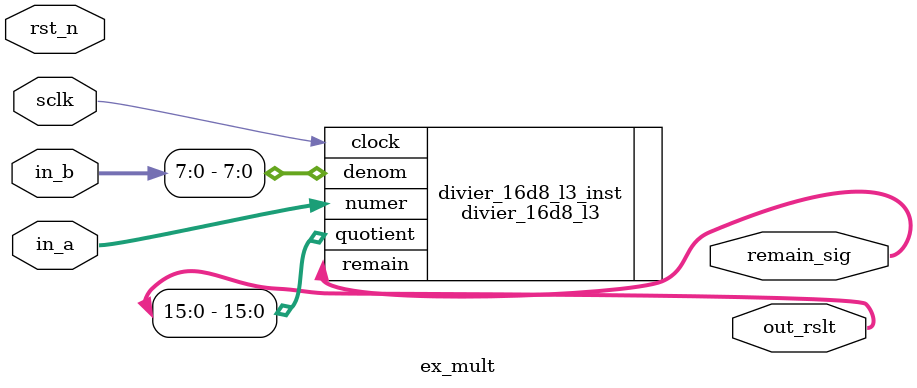
<source format=v>
module ex_mult(
       input wire sclk,
	   input wire rst_n,
	   input wire [15:0]in_a,
	   input wire [15:0]in_b,
	   output wire [31:0] out_rslt,
	   output wire [7:0]remain_sig
);

 
divier_16d8_l3	divier_16d8_l3_inst (
	.clock ( sclk ),
	.denom ( in_b[7:0] ),
	.numer ( in_a ),
	.quotient ( out_rslt[15:0] ),
	.remain ( remain_sig )
	);

/* mult_16x16_l1	mult_16x16_l1_inst (
	.clock ( sclk ),
	.dataa ( in_a ),
	.datab ( in_b ),
	.result ( out_rslt )
	); */

endmodule
</source>
